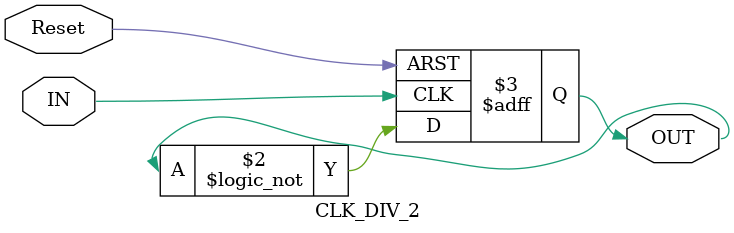
<source format=v>



module CLK_DIV_2 (
input       Reset,
input       IN,
output  reg OUT
);

always @ (posedge IN or posedge Reset)
    if (Reset)
        OUT     <=0;  
    else
        OUT     <=!OUT;    
    
endmodule
</source>
